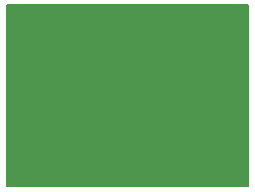
<source format=gbr>
%TF.GenerationSoftware,KiCad,Pcbnew,(6.0.10)*%
%TF.CreationDate,2023-01-04T22:28:52+01:00*%
%TF.ProjectId,SOT23 Breakout,534f5432-3320-4427-9265-616b6f75742e,rev?*%
%TF.SameCoordinates,Original*%
%TF.FileFunction,Soldermask,Top*%
%TF.FilePolarity,Negative*%
%FSLAX46Y46*%
G04 Gerber Fmt 4.6, Leading zero omitted, Abs format (unit mm)*
G04 Created by KiCad (PCBNEW (6.0.10)) date 2023-01-04 22:28:52*
%MOMM*%
%LPD*%
G01*
G04 APERTURE LIST*
G04 APERTURE END LIST*
G36*
X157588694Y-93871306D02*
G01*
X157607000Y-93915500D01*
X157607000Y-109284500D01*
X157588694Y-109328694D01*
X157544500Y-109347000D01*
X137095500Y-109347000D01*
X137051306Y-109328694D01*
X137033000Y-109284500D01*
X137033000Y-93915500D01*
X137051306Y-93871306D01*
X137095500Y-93853000D01*
X157544500Y-93853000D01*
X157588694Y-93871306D01*
G37*
M02*

</source>
